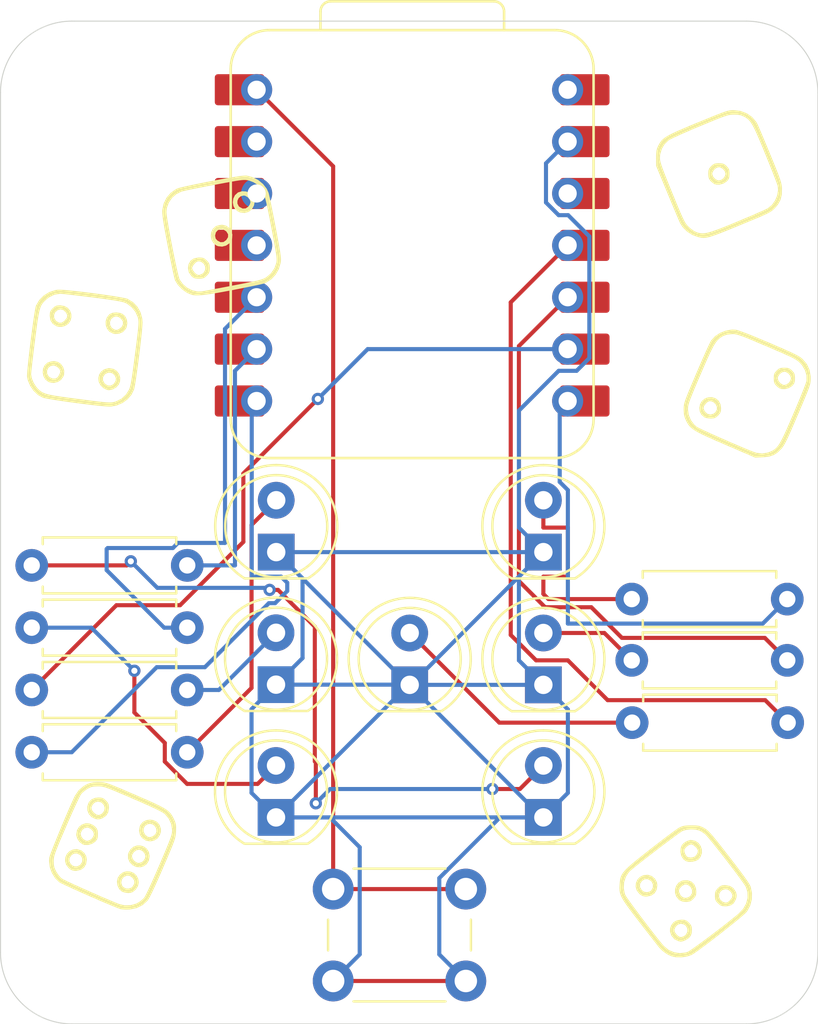
<source format=kicad_pcb>
(kicad_pcb (version 20240108) (generator "pcbnew") (generator_version "8.0")
  (layers (0 "F.Cu" signal) (31 "B.Cu" signal) (34 "B.Paste" user) (35 "F.Paste" user) (36 "B.SilkS" user "B.Silkscreen") (37 "F.SilkS" user "F.Silkscreen") (38 "B.Mask" user) (39 "F.Mask" user) (44 "Edge.Cuts" user))
  (net 0 "")
  (net 1 "Net-(LED1-A)")
  (net 2 "Net-(U1-GPIO0{slash}TX)")
  (net 3 "Net-(U1-GPIO2{slash}SCK)")
  (net 4 "Net-(LED3-A)")
  (net 5 "Net-(LED6-A)")
  (net 6 "Net-(U1-GPIO6{slash}SDA)")
  (net 7 "Net-(LED4-A)")
  (net 8 "Net-(U1-GPIO3{slash}MOSI)")
  (net 9 "Net-(U1-GPIO1{slash}RX)")
  (net 10 "Net-(LED2-A)")
  (net 11 "Net-(U1-GPIO4{slash}MISO)")
  (net 12 "Net-(LED5-A)")
  (net 13 "Net-(U1-GPIO7{slash}SCL)")
  (net 14 "Net-(LED7-A)")
  (net 15 "Net-(LED1-K)")
  (net 16 "Net-(U1-GPIO26{slash}ADC0{slash}A0)")
  (footprint "Resistor_THT:R_Axial_DIN0207_L6.3mm_D2.5mm_P7.62mm_Horizontal" (layer "F.Cu") (at 136.83 79.55)
    (property "Reference" "220ohm7" (hide yes))
    (property "Value" "R_Small" (hide yes))
    (pad "1" thru_hole circle (at 0 0) (size 1.6 1.6) (drill 0.8) (layers "*.Cu" "*.Mask") (net 14 "Net-(LED7-A)"))
    (pad "2" thru_hole oval (at 7.62 0) (size 1.6 1.6) (drill 0.8) (layers "*.Cu" "*.Mask") (net 13 "Net-(U1-GPIO7{slash}SCL)"))
  )
  (footprint "LED_THT:LED_D5.0mm" (layer "F.Cu") (at 161.9 91.89 90)
    (property "Reference" "LED7" (hide yes))
    (property "Value" "LED")
    (pad "1" thru_hole rect (at 0 0 90) (size 1.8 1.8) (drill 0.9) (layers "*.Cu" "*.Mask") (net 15 "Net-(LED1-K)"))
    (pad "2" thru_hole circle (at 2.54 0 90) (size 1.8 1.8) (drill 0.9) (layers "*.Cu" "*.Mask") (net 14 "Net-(LED7-A)"))
  )
  (footprint "LED_THT:LED_D5.0mm" (layer "F.Cu") (at 161.9 85.4 90)
    (property "Reference" "LED5" (hide yes))
    (property "Value" "LED")
    (pad "1" thru_hole rect (at 0 0 90) (size 1.8 1.8) (drill 0.9) (layers "*.Cu" "*.Mask") (net 15 "Net-(LED1-K)"))
    (pad "2" thru_hole circle (at 2.54 0 90) (size 1.8 1.8) (drill 0.9) (layers "*.Cu" "*.Mask") (net 12 "Net-(LED5-A)"))
  )
  (footprint "LED_THT:LED_D5.0mm" (layer "F.Cu") (at 148.8 85.39 90)
    (property "Reference" "LED3" (hide yes))
    (property "Value" "LED")
    (pad "1" thru_hole rect (at 0 0 90) (size 1.8 1.8) (drill 0.9) (layers "*.Cu" "*.Mask") (net 15 "Net-(LED1-K)"))
    (pad "2" thru_hole circle (at 2.54 0 90) (size 1.8 1.8) (drill 0.9) (layers "*.Cu" "*.Mask") (net 4 "Net-(LED3-A)"))
  )
  (footprint "Resistor_THT:R_Axial_DIN0207_L6.3mm_D2.5mm_P7.62mm_Horizontal" (layer "F.Cu") (at 166.23 81.2)
    (property "Reference" "220ohm5" (hide yes))
    (property "Value" "R_Small")
    (pad "1" thru_hole circle (at 0 0) (size 1.6 1.6) (drill 0.8) (layers "*.Cu" "*.Mask") (net 10 "Net-(LED2-A)"))
    (pad "2" thru_hole oval (at 7.62 0) (size 1.6 1.6) (drill 0.8) (layers "*.Cu" "*.Mask") (net 9 "Net-(U1-GPIO1{slash}RX)"))
  )
  (footprint "Seeed Studio XIAO Series Library:XIAO-RP2040-DIP" (layer "F.Cu") (at 155.47 63.88)
    (property "Reference" "U1" (hide yes))
    (property "Value" "XIAO-RP2040-DIP")
    (pad "1" smd roundrect (at -8.455 -7.62 180) (size 2.432 1.524) (layers "F.Cu" "F.Mask") (roundrect_rratio 0.1) (net 16 "Net-(U1-GPIO26{slash}ADC0{slash}A0)"))
    (pad "1" thru_hole circle (at -7.62 -7.62 180) (size 1.524 1.524) (drill 0.889) (layers "*.Cu" "*.Mask") (net 16 "Net-(U1-GPIO26{slash}ADC0{slash}A0)"))
    (pad "2" smd roundrect (at -8.455 -5.08 180) (size 2.432 1.524) (layers "F.Cu" "F.Mask") (roundrect_rratio 0.1))
    (pad "2" thru_hole circle (at -7.62 -5.08 180) (size 1.524 1.524) (drill 0.889) (layers "*.Cu" "*.Mask"))
    (pad "3" smd roundrect (at -8.455 -2.54 180) (size 2.432 1.524) (layers "F.Cu" "F.Mask") (roundrect_rratio 0.1))
    (pad "3" thru_hole circle (at -7.62 -2.54 180) (size 1.524 1.524) (drill 0.889) (layers "*.Cu" "*.Mask"))
    (pad "4" smd roundrect (at -8.455 0 180) (size 2.432 1.524) (layers "F.Cu" "F.Mask") (roundrect_rratio 0.1))
    (pad "4" thru_hole circle (at -7.62 0 180) (size 1.524 1.524) (drill 0.889) (layers "*.Cu" "*.Mask"))
    (pad "5" smd roundrect (at -8.455 2.54 180) (size 2.432 1.524) (layers "F.Cu" "F.Mask") (roundrect_rratio 0.1) (net 6 "Net-(U1-GPIO6{slash}SDA)"))
    (pad "5" thru_hole circle (at -7.62 2.54 180) (size 1.524 1.524) (drill 0.889) (layers "*.Cu" "*.Mask") (net 6 "Net-(U1-GPIO6{slash}SDA)"))
    (pad "6" smd roundrect (at -8.455 5.08 180) (size 2.432 1.524) (layers "F.Cu" "F.Mask") (roundrect_rratio 0.1) (net 13 "Net-(U1-GPIO7{slash}SCL)"))
    (pad "6" thru_hole circle (at -7.62 5.08 180) (size 1.524 1.524) (drill 0.889) (layers "*.Cu" "*.Mask") (net 13 "Net-(U1-GPIO7{slash}SCL)"))
    (pad "7" smd roundrect (at -8.455 7.62 180) (size 2.432 1.524) (layers "F.Cu" "F.Mask") (roundrect_rratio 0.1) (net 2 "Net-(U1-GPIO0{slash}TX)"))
    (pad "7" thru_hole circle (at -7.62 7.62 180) (size 1.524 1.524) (drill 0.889) (layers "*.Cu" "*.Mask") (net 2 "Net-(U1-GPIO0{slash}TX)"))
    (pad "8" thru_hole circle (at 7.62 7.62) (size 1.524 1.524) (drill 0.889) (layers "*.Cu" "*.Mask") (net 9 "Net-(U1-GPIO1{slash}RX)"))
    (pad "8" smd roundrect (at 8.455 7.62) (size 2.432 1.524) (layers "F.Cu" "F.Mask") (roundrect_rratio 0.1) (net 9 "Net-(U1-GPIO1{slash}RX)"))
    (pad "9" thru_hole circle (at 7.62 5.08) (size 1.524 1.524) (drill 0.889) (layers "*.Cu" "*.Mask") (net 3 "Net-(U1-GPIO2{slash}SCK)"))
    (pad "9" smd roundrect (at 8.455 5.08) (size 2.432 1.524) (layers "F.Cu" "F.Mask") (roundrect_rratio 0.1) (net 3 "Net-(U1-GPIO2{slash}SCK)"))
    (pad "10" thru_hole circle (at 7.62 2.54) (size 1.524 1.524) (drill 0.889) (layers "*.Cu" "*.Mask") (net 11 "Net-(U1-GPIO4{slash}MISO)"))
    (pad "10" smd roundrect (at 8.455 2.54) (size 2.432 1.524) (layers "F.Cu" "F.Mask") (roundrect_rratio 0.1) (net 11 "Net-(U1-GPIO4{slash}MISO)"))
    (pad "11" thru_hole circle (at 7.62 0) (size 1.524 1.524) (drill 0.889) (layers "*.Cu" "*.Mask") (net 8 "Net-(U1-GPIO3{slash}MOSI)"))
    (pad "11" smd roundrect (at 8.455 0) (size 2.432 1.524) (layers "F.Cu" "F.Mask") (roundrect_rratio 0.1) (net 8 "Net-(U1-GPIO3{slash}MOSI)"))
    (pad "12" thru_hole circle (at 7.62 -2.54) (size 1.524 1.524) (drill 0.889) (layers "*.Cu" "*.Mask"))
    (pad "12" smd roundrect (at 8.455 -2.54) (size 2.432 1.524) (layers "F.Cu" "F.Mask") (roundrect_rratio 0.1))
    (pad "13" thru_hole circle (at 7.62 -5.08) (size 1.524 1.524) (drill 0.889) (layers "*.Cu" "*.Mask") (net 15 "Net-(LED1-K)"))
    (pad "13" smd roundrect (at 8.455 -5.08) (size 2.432 1.524) (layers "F.Cu" "F.Mask") (roundrect_rratio 0.1) (net 15 "Net-(LED1-K)"))
    (pad "14" thru_hole circle (at 7.62 -7.62) (size 1.524 1.524) (drill 0.889) (layers "*.Cu" "*.Mask"))
    (pad "14" smd roundrect (at 8.455 -7.62) (size 2.432 1.524) (layers "F.Cu" "F.Mask") (roundrect_rratio 0.1))
  )
  (footprint "LED_THT:LED_D5.0mm" (layer "F.Cu") (at 148.8 91.89 90)
    (property "Reference" "LED6" (hide yes))
    (property "Value" "LED")
    (pad "1" thru_hole rect (at 0 0 90) (size 1.8 1.8) (drill 0.9) (layers "*.Cu" "*.Mask") (net 15 "Net-(LED1-K)"))
    (pad "2" thru_hole circle (at 2.54 0 90) (size 1.8 1.8) (drill 0.9) (layers "*.Cu" "*.Mask") (net 5 "Net-(LED6-A)"))
  )
  (footprint "Resistor_THT:R_Axial_DIN0207_L6.3mm_D2.5mm_P7.62mm_Horizontal" (layer "F.Cu") (at 136.83 82.6)
    (property "Reference" "220ohm3" (hide yes))
    (property "Value" "R_Small" (hide yes))
    (pad "1" thru_hole circle (at 0 0) (size 1.6 1.6) (drill 0.8) (layers "*.Cu" "*.Mask") (net 5 "Net-(LED6-A)"))
    (pad "2" thru_hole oval (at 7.62 0) (size 1.6 1.6) (drill 0.8) (layers "*.Cu" "*.Mask") (net 6 "Net-(U1-GPIO6{slash}SDA)"))
  )
  (footprint "Button_Switch_THT:SW_PUSH_6mm" (layer "F.Cu") (at 151.6 95.4)
    (property "Reference" "SW1" (hide yes))
    (property "Value" "SW_Push" (hide yes))
    (pad "1" thru_hole circle (at 0 0 90) (size 2 2) (drill 1.1) (layers "*.Cu" "*.Mask") (net 16 "Net-(U1-GPIO26{slash}ADC0{slash}A0)"))
    (pad "1" thru_hole circle (at 6.5 0 90) (size 2 2) (drill 1.1) (layers "*.Cu" "*.Mask") (net 16 "Net-(U1-GPIO26{slash}ADC0{slash}A0)"))
    (pad "2" thru_hole circle (at 0 4.5 90) (size 2 2) (drill 1.1) (layers "*.Cu" "*.Mask") (net 15 "Net-(LED1-K)"))
    (pad "2" thru_hole circle (at 6.5 4.5 90) (size 2 2) (drill 1.1) (layers "*.Cu" "*.Mask") (net 15 "Net-(LED1-K)"))
  )
  (footprint "Resistor_THT:R_Axial_DIN0207_L6.3mm_D2.5mm_P7.62mm_Horizontal" (layer "F.Cu") (at 166.25 87.25)
    (property "Reference" "220ohm4" (hide yes))
    (property "Value" "R_Small")
    (pad "1" thru_hole circle (at 0 0) (size 1.6 1.6) (drill 0.8) (layers "*.Cu" "*.Mask") (net 7 "Net-(LED4-A)"))
    (pad "2" thru_hole oval (at 7.62 0) (size 1.6 1.6) (drill 0.8) (layers "*.Cu" "*.Mask") (net 8 "Net-(U1-GPIO3{slash}MOSI)"))
  )
  (footprint "Resistor_THT:R_Axial_DIN0207_L6.3mm_D2.5mm_P7.62mm_Horizontal" (layer "F.Cu") (at 144.45 85.65 180)
    (property "Reference" "220ohm2" (hide yes))
    (property "Value" "R_Small" (hide yes))
    (pad "1" thru_hole circle (at 0 0 180) (size 1.6 1.6) (drill 0.8) (layers "*.Cu" "*.Mask") (net 4 "Net-(LED3-A)"))
    (pad "2" thru_hole oval (at 7.62 0 180) (size 1.6 1.6) (drill 0.8) (layers "*.Cu" "*.Mask") (net 3 "Net-(U1-GPIO2{slash}SCK)"))
  )
  (footprint "LED_THT:LED_D5.0mm" (layer "F.Cu") (at 161.9 78.9 90)
    (property "Reference" "LED2" (hide yes))
    (property "Value" "LED")
    (pad "1" thru_hole rect (at 0 0 90) (size 1.8 1.8) (drill 0.9) (layers "*.Cu" "*.Mask") (net 15 "Net-(LED1-K)"))
    (pad "2" thru_hole circle (at 2.54 0 90) (size 1.8 1.8) (drill 0.9) (layers "*.Cu" "*.Mask") (net 10 "Net-(LED2-A)"))
  )
  (footprint "LOGO" (layer "F.Cu") (at 155.350856 75.309598)
    (property "Reference" "G***" (hide yes))
    (property "Value" "LOGO" (hide yes))
  )
  (footprint "LED_THT:LED_D5.0mm" (layer "F.Cu") (at 155.35 85.4 90)
    (property "Reference" "LED4" (hide yes))
    (property "Value" "LED")
    (pad "1" thru_hole rect (at 0 0 90) (size 1.8 1.8) (drill 0.9) (layers "*.Cu" "*.Mask") (net 15 "Net-(LED1-K)"))
    (pad "2" thru_hole circle (at 2.54 0 90) (size 1.8 1.8) (drill 0.9) (layers "*.Cu" "*.Mask") (net 7 "Net-(LED4-A)"))
  )
  (footprint "Resistor_THT:R_Axial_DIN0207_L6.3mm_D2.5mm_P7.62mm_Horizontal" (layer "F.Cu") (at 144.45 88.7 180)
    (property "Reference" "220ohm1" (hide yes))
    (property "Value" "R_Small" (hide yes))
    (pad "1" thru_hole circle (at 0 0 180) (size 1.6 1.6) (drill 0.8) (layers "*.Cu" "*.Mask") (net 1 "Net-(LED1-A)"))
    (pad "2" thru_hole oval (at 7.62 0 180) (size 1.6 1.6) (drill 0.8) (layers "*.Cu" "*.Mask") (net 2 "Net-(U1-GPIO0{slash}TX)"))
  )
  (footprint "LED_THT:LED_D5.0mm" (layer "F.Cu") (at 148.81 78.9 90)
    (property "Reference" "LED1" (hide yes))
    (property "Value" "LED" (hide yes))
    (pad "1" thru_hole rect (at 0 0 90) (size 1.8 1.8) (drill 0.9) (layers "*.Cu" "*.Mask") (net 15 "Net-(LED1-K)"))
    (pad "2" thru_hole circle (at 2.54 0 90) (size 1.8 1.8) (drill 0.9) (layers "*.Cu" "*.Mask") (net 1 "Net-(LED1-A)"))
  )
  (footprint "Resistor_THT:R_Axial_DIN0207_L6.3mm_D2.5mm_P7.62mm_Horizontal" (layer "F.Cu") (at 166.23 84.2)
    (property "Reference" "220ohm6" (hide yes))
    (property "Value" "R_Small")
    (pad "1" thru_hole circle (at 0 0) (size 1.6 1.6) (drill 0.8) (layers "*.Cu" "*.Mask") (net 12 "Net-(LED5-A)"))
    (pad "2" thru_hole oval (at 7.62 0) (size 1.6 1.6) (drill 0.8) (layers "*.Cu" "*.Mask") (net 11 "Net-(U1-GPIO4{slash}MISO)"))
  )
  (gr_arc (start 175.35 98.5) (mid 174.324874 100.974874) (end 171.85 102) (stroke (width 0.05)) (layer "Edge.Cuts"))
  (gr_line (start 135.3 56.4) (end 135.3 98.5) (stroke (width 0.05)) (layer "Edge.Cuts"))
  (gr_arc (start 138.8 102) (mid 136.325126 100.974874) (end 135.3 98.5) (stroke (width 0.05)) (layer "Edge.Cuts"))
  (gr_line (start 171.85 52.9) (end 138.8 52.9) (stroke (width 0.05)) (layer "Edge.Cuts"))
  (gr_line (start 138.8 102) (end 171.85 102) (stroke (width 0.05)) (layer "Edge.Cuts"))
  (gr_arc (start 171.85 52.9) (mid 174.324874 53.925126) (end 175.35 56.4) (stroke (width 0.05)) (layer "Edge.Cuts"))
  (gr_arc (start 135.3 56.4) (mid 136.325126 53.925126) (end 138.8 52.9) (stroke (width 0.05)) (layer "Edge.Cuts"))
  (gr_line (start 175.35 98.5) (end 175.35 56.4) (stroke (width 0.05)) (layer "Edge.Cuts"))
  (segment (start 144.45 88.7) (end 147.6 85.55) (width 0.2) (layer "F.Cu") (net 1))
  (segment (start 147.6 85.55) (end 147.6 77.57) (width 0.2) (layer "F.Cu") (net 1))
  (segment (start 147.6 77.57) (end 148.81 76.36) (width 0.2) (layer "F.Cu") (net 1))
  (segment (start 142.953859 84.53462) (end 145.31538 84.53462) (width 0.2) (layer "B.Cu") (net 2))
  (segment (start 149.35 80.4) (end 149.05 80.1) (width 0.2) (layer "B.Cu") (net 2))
  (segment (start 149.35 80.804484) (end 149.35 80.4) (width 0.2) (layer "B.Cu") (net 2))
  (segment (start 148.45 81.4) (end 148.754484 81.4) (width 0.2) (layer "B.Cu") (net 2))
  (segment (start 147.61 80.1) (end 147.61 71.74) (width 0.2) (layer "B.Cu") (net 2))
  (segment (start 148.754484 81.4) (end 149.35 80.804484) (width 0.2) (layer "B.Cu") (net 2))
  (segment (start 149.05 80.1) (end 147.61 80.1) (width 0.2) (layer "B.Cu") (net 2))
  (segment (start 145.31538 84.53462) (end 148.45 81.4) (width 0.2) (layer "B.Cu") (net 2))
  (segment (start 147.61 71.74) (end 147.85 71.5) (width 0.2) (layer "B.Cu") (net 2))
  (segment (start 136.83 88.7) (end 138.788479 88.7) (width 0.2) (layer "B.Cu") (net 2))
  (segment (start 138.788479 88.7) (end 142.953859 84.53462) (width 0.2) (layer "B.Cu") (net 2))
  (segment (start 147.2 78.4) (end 147.2 75.05) (width 0.2) (layer "F.Cu") (net 3))
  (segment (start 140.98 81.5) (end 144.1 81.5) (width 0.2) (layer "F.Cu") (net 3))
  (segment (start 136.83 85.65) (end 140.98 81.5) (width 0.2) (layer "F.Cu") (net 3))
  (segment (start 147.2 75.05) (end 150.85 71.4) (width 0.2) (layer "F.Cu") (net 3))
  (segment (start 144.1 81.5) (end 147.2 78.4) (width 0.2) (layer "F.Cu") (net 3))
  (via (at 150.85 71.4) (size 0.6) (drill 0.3) (layers "F.Cu" "B.Cu") (net 3))
  (segment (start 153.29 68.96) (end 163.09 68.96) (width 0.2) (layer "B.Cu") (net 3))
  (segment (start 150.85 71.4) (end 153.29 68.96) (width 0.2) (layer "B.Cu") (net 3))
  (segment (start 144.45 85.65) (end 146 85.65) (width 0.2) (layer "B.Cu") (net 4))
  (segment (start 146 85.65) (end 148.8 82.85) (width 0.2) (layer "B.Cu") (net 4))
  (segment (start 141.85962 86.753985) (end 141.85962 84.70962) (width 0.2) (layer "F.Cu") (net 5))
  (segment (start 143.35 88.244365) (end 141.85962 86.753985) (width 0.2) (layer "F.Cu") (net 5))
  (segment (start 147.9 90.25) (end 144.444365 90.25) (width 0.2) (layer "F.Cu") (net 5))
  (segment (start 143.35 89.155635) (end 143.35 88.244365) (width 0.2) (layer "F.Cu") (net 5))
  (segment (start 144.444365 90.25) (end 143.35 89.155635) (width 0.2) (layer "F.Cu") (net 5))
  (segment (start 148.8 89.35) (end 147.9 90.25) (width 0.2) (layer "F.Cu") (net 5))
  (via (at 141.85962 84.70962) (size 0.6) (drill 0.3) (layers "F.Cu" "B.Cu") (net 5))
  (segment (start 136.83 82.6) (end 139.75 82.6) (width 0.2) (layer "B.Cu") (net 5))
  (segment (start 139.75 82.6) (end 141.85962 84.70962) (width 0.2) (layer "B.Cu") (net 5))
  (segment (start 146.3 67.97) (end 147.85 66.42) (width 0.2) (layer "B.Cu") (net 6))
  (segment (start 140.5 79.78137) (end 140.5 78.75) (width 0.2) (layer "B.Cu") (net 6))
  (segment (start 144.45 82.6) (end 143.31863 82.6) (width 0.2) (layer "B.Cu") (net 6))
  (segment (start 143.744365 78.7) (end 143.994365 78.45) (width 0.2) (layer "B.Cu") (net 6))
  (segment (start 146.3 78.45) (end 146.3 67.97) (width 0.2) (layer "B.Cu") (net 6))
  (segment (start 140.55 78.7) (end 143.744365 78.7) (width 0.2) (layer "B.Cu") (net 6))
  (segment (start 143.994365 78.45) (end 146.3 78.45) (width 0.2) (layer "B.Cu") (net 6))
  (segment (start 140.5 78.75) (end 140.55 78.7) (width 0.2) (layer "B.Cu") (net 6))
  (segment (start 143.31863 82.6) (end 140.5 79.78137) (width 0.2) (layer "B.Cu") (net 6))
  (segment (start 159.74 87.25) (end 166.25 87.25) (width 0.2) (layer "F.Cu") (net 7))
  (segment (start 155.35 82.86) (end 159.74 87.25) (width 0.2) (layer "F.Cu") (net 7))
  (segment (start 160.3 66.67) (end 163.09 63.88) (width 0.2) (layer "F.Cu") (net 8))
  (segment (start 164.16763 63.88) (end 163.09 63.88) (width 0.2) (layer "F.Cu") (net 8))
  (segment (start 161.542943 84.2) (end 160.3 82.957057) (width 0.2) (layer "F.Cu") (net 8))
  (segment (start 160.3 82.957057) (end 160.3 66.67) (width 0.2) (layer "F.Cu") (net 8))
  (segment (start 172.77 86.15) (end 165.05 86.15) (width 0.2) (layer "F.Cu") (net 8))
  (segment (start 165.05 86.15) (end 163.1 84.2) (width 0.2) (layer "F.Cu") (net 8))
  (segment (start 173.87 87.25) (end 172.77 86.15) (width 0.2) (layer "F.Cu") (net 8))
  (segment (start 163.1 84.2) (end 161.542943 84.2) (width 0.2) (layer "F.Cu") (net 8))
  (segment (start 164.15 71.5) (end 163.09 71.5) (width 0.2) (layer "F.Cu") (net 9))
  (segment (start 173.85 81.2) (end 172.65 82.4) (width 0.2) (layer "B.Cu") (net 9))
  (segment (start 162.7 75.462943) (end 162.7 71.89) (width 0.2) (layer "B.Cu") (net 9))
  (segment (start 163.1 75.862943) (end 162.7 75.462943) (width 0.2) (layer "B.Cu") (net 9))
  (segment (start 172.65 82.4) (end 163.1 82.4) (width 0.2) (layer "B.Cu") (net 9))
  (segment (start 162.7 71.89) (end 163.09 71.5) (width 0.2) (layer "B.Cu") (net 9))
  (segment (start 163.1 82.4) (end 163.1 75.862943) (width 0.2) (layer "B.Cu") (net 9))
  (segment (start 163.1 80.1) (end 163.1 77.7) (width 0.2) (layer "F.Cu") (net 10))
  (segment (start 161.9 80.95) (end 161.9 80.1) (width 0.2) (layer "F.Cu") (net 10))
  (segment (start 166.23 81.2) (end 162.15 81.2) (width 0.2) (layer "F.Cu") (net 10))
  (segment (start 161.9 80.1) (end 163.1 80.1) (width 0.2) (layer "F.Cu") (net 10))
  (segment (start 161.9 77.7) (end 161.9 76.36) (width 0.2) (layer "F.Cu") (net 10))
  (segment (start 162.15 81.2) (end 161.9 80.95) (width 0.2) (layer "F.Cu") (net 10))
  (segment (start 163.1 77.7) (end 161.9 77.7) (width 0.2) (layer "F.Cu") (net 10))
  (segment (start 164.25 81.6) (end 161.984314 81.6) (width 0.2) (layer "F.Cu") (net 11))
  (segment (start 172.75 83.1) (end 165.75 83.1) (width 0.2) (layer "F.Cu") (net 11))
  (segment (start 160.7 68.81) (end 163.09 66.42) (width 0.2) (layer "F.Cu") (net 11))
  (segment (start 161.984314 81.6) (end 160.7 80.315686) (width 0.2) (layer "F.Cu") (net 11))
  (segment (start 164.16763 66.42) (end 163.09 66.42) (width 0.2) (layer "F.Cu") (net 11))
  (segment (start 173.85 84.2) (end 172.75 83.1) (width 0.2) (layer "F.Cu") (net 11))
  (segment (start 165.75 83.1) (end 164.25 81.6) (width 0.2) (layer "F.Cu") (net 11))
  (segment (start 160.7 80.315686) (end 160.7 68.81) (width 0.2) (layer "F.Cu") (net 11))
  (segment (start 164.89 82.86) (end 161.9 82.86) (width 0.2) (layer "F.Cu") (net 12))
  (segment (start 166.23 84.2) (end 164.89 82.86) (width 0.2) (layer "F.Cu") (net 12))
  (segment (start 144.45 79.55) (end 146.788 79.55) (width 0.2) (layer "B.Cu") (net 13))
  (segment (start 146.788 79.55) (end 146.788 70.022) (width 0.2) (layer "B.Cu") (net 13))
  (segment (start 146.788 70.022) (end 147.85 68.96) (width 0.2) (layer "B.Cu") (net 13))
  (segment (start 141.48462 79.55) (end 141.68462 79.35) (width 0.2) (layer "F.Cu") (net 14))
  (segment (start 150.75 91.4) (end 150.75 91.2) (width 0.2) (layer "F.Cu") (net 14))
  (segment (start 136.83 79.55) (end 141.48462 79.55) (width 0.2) (layer "F.Cu") (net 14))
  (segment (start 150.7 84.65) (end 150.7 82.55) (width 0.2) (layer "F.Cu") (net 14))
  (segment (start 148.9 80.75) (end 148.485245 80.75) (width 0.2) (layer "F.Cu") (net 14))
  (segment (start 150.7 82.55) (end 148.9 80.75) (width 0.2) (layer "F.Cu") (net 14))
  (segment (start 160.75 90.5) (end 161.9 89.35) (width 0.2) (layer "F.Cu") (net 14))
  (segment (start 150.75 89.197057) (end 150.75 91.2) (width 0.2) (layer "F.Cu") (net 14))
  (segment (start 159.4 90.5) (end 160.75 90.5) (width 0.2) (layer "F.Cu") (net 14))
  (segment (start 150.7 89.147057) (end 150.75 89.197057) (width 0.2) (layer "F.Cu") (net 14))
  (segment (start 150.7 84.65) (end 150.7 89.147057) (width 0.2) (layer "F.Cu") (net 14))
  (via (at 141.68462 79.35) (size 0.6) (drill 0.3) (layers "F.Cu" "B.Cu") (net 14))
  (via (at 150.75 91.2) (size 0.6) (drill 0.3) (layers "F.Cu" "B.Cu") (net 14))
  (via (at 159.4 90.5) (size 0.6) (drill 0.3) (layers "F.Cu" "B.Cu") (net 14))
  (via (at 148.485245 80.75) (size 0.6) (drill 0.3) (layers "F.Cu" "B.Cu") (net 14))
  (segment (start 142.98462 80.65) (end 141.68462 79.35) (width 0.2) (layer "B.Cu") (net 14))
  (segment (start 150.75 91.2) (end 151.45 90.5) (width 0.2) (layer "B.Cu") (net 14))
  (segment (start 151.45 90.5) (end 159.4 90.5) (width 0.2) (layer "B.Cu") (net 14))
  (segment (start 148.385245 80.65) (end 142.98462 80.65) (width 0.2) (layer "B.Cu") (net 14))
  (segment (start 148.485245 80.75) (end 148.385245 80.65) (width 0.2) (layer "B.Cu") (net 14))
  (segment (start 151.6 99.9) (end 158.1 99.9) (width 0.2) (layer "F.Cu") (net 15))
  (segment (start 155.35 85.4) (end 161.9 85.4) (width 0.2) (layer "B.Cu") (net 15))
  (segment (start 155.29 85.4) (end 148.8 91.89) (width 0.2) (layer "B.Cu") (net 15))
  (segment (start 148.8 85.39) (end 155.34 85.39) (width 0.2) (layer "B.Cu") (net 15))
  (segment (start 148.8 85.39) (end 147.6 86.59) (width 0.2) (layer "B.Cu") (net 15))
  (segment (start 151.6 99.9) (end 152.9 98.6) (width 0.2) (layer "B.Cu") (net 15))
  (segment (start 161.84 91.89) (end 161.9 91.89) (width 0.2) (layer "B.Cu") (net 15))
  (segment (start 160.7 77.7) (end 160.7 71.972105) (width 0.2) (layer "B.Cu") (net 15))
  (segment (start 162.028 59.862) (end 163.09 58.8) (width 0.2) (layer "B.Cu") (net 15))
  (segment (start 147.6 86.59) (end 147.6 90.69) (width 0.2) (layer "B.Cu") (net 15))
  (segment (start 150.1 80.19) (end 150.1 84.09) (width 0.2) (layer "B.Cu") (net 15))
  (segment (start 162.028 61.779895) (end 162.028 59.862) (width 0.2) (layer "B.Cu") (net 15))
  (segment (start 148.8 91.89) (end 161.9 91.89) (width 0.2) (layer "B.Cu") (net 15))
  (segment (start 162.650105 70.022) (end 163.529895 70.022) (width 0.2) (layer "B.Cu") (net 15))
  (segment (start 161.9 78.9) (end 148.81 78.9) (width 0.2) (layer "B.Cu") (net 15))
  (segment (start 155.31 85.4) (end 148.81 78.9) (width 0.2) (layer "B.Cu") (net 15))
  (segment (start 156.8 94.861522) (end 159.771522 91.89) (width 0.2) (layer "B.Cu") (net 15))
  (segment (start 152.9 98.6) (end 152.9 93.35) (width 0.2) (layer "B.Cu") (net 15))
  (segment (start 147.6 90.69) (end 148.8 91.89) (width 0.2) (layer "B.Cu") (net 15))
  (segment (start 160.7 84.2) (end 160.7 80.1) (width 0.2) (layer "B.Cu") (net 15))
  (segment (start 163.113895 62.402) (end 162.650105 62.402) (width 0.2) (layer "B.Cu") (net 15))
  (segment (start 161.9 78.9) (end 160.7 77.7) (width 0.2) (layer "B.Cu") (net 15))
  (segment (start 162.650105 62.402) (end 162.028 61.779895) (width 0.2) (layer "B.Cu") (net 15))
  (segment (start 160.7 71.972105) (end 162.650105 70.022) (width 0.2) (layer "B.Cu") (net 15))
  (segment (start 155.35 85.4) (end 155.31 85.4) (width 0.2) (layer "B.Cu") (net 15))
  (segment (start 163.1 90.69) (end 163.1 86.6) (width 0.2) (layer "B.Cu") (net 15))
  (segment (start 155.4 85.4) (end 155.35 85.4) (width 0.2) (layer "B.Cu") (net 15))
  (segment (start 161.9 85.4) (end 160.7 84.2) (width 0.2) (layer "B.Cu") (net 15))
  (segment (start 156.8 98.6) (end 156.8 94.861522) (width 0.2) (layer "B.Cu") (net 15))
  (segment (start 155.34 85.39) (end 155.35 85.4) (width 0.2) (layer "B.Cu") (net 15))
  (segment (start 148.81 78.9) (end 150.1 80.19) (width 0.2) (layer "B.Cu") (net 15))
  (segment (start 163.529895 70.022) (end 164.152 69.399895) (width 0.2) (layer "B.Cu") (net 15))
  (segment (start 155.35 85.4) (end 161.84 91.89) (width 0.2) (layer "B.Cu") (net 15))
  (segment (start 161.9 78.9) (end 155.4 85.4) (width 0.2) (layer "B.Cu") (net 15))
  (segment (start 164.152 63.440105) (end 163.113895 62.402) (width 0.2) (layer "B.Cu") (net 15))
  (segment (start 161.9 91.89) (end 163.1 90.69) (width 0.2) (layer "B.Cu") (net 15))
  (segment (start 160.7 80.1) (end 161.9 78.9) (width 0.2) (layer "B.Cu") (net 15))
  (segment (start 152.9 93.35) (end 151.44 91.89) (width 0.2) (layer "B.Cu") (net 15))
  (segment (start 164.152 69.399895) (end 164.152 63.440105) (width 0.2) (layer "B.Cu") (net 15))
  (segment (start 151.44 91.89) (end 148.8 91.89) (width 0.2) (layer "B.Cu") (net 15))
  (segment (start 155.35 85.4) (end 155.29 85.4) (width 0.2) (layer "B.Cu") (net 15))
  (segment (start 163.1 86.6) (end 161.9 85.4) (width 0.2) (layer "B.Cu") (net 15))
  (segment (start 158.1 99.9) (end 156.8 98.6) (width 0.2) (layer "B.Cu") (net 15))
  (segment (start 150.1 84.09) (end 148.8 85.39) (width 0.2) (layer "B.Cu") (net 15))
  (segment (start 159.771522 91.89) (end 161.9 91.89) (width 0.2) (layer "B.Cu") (net 15))
  (segment (start 151.6 95.4) (end 151.6 60.01) (width 0.2) (layer "F.Cu") (net 16))
  (segment (start 151.6 60.01) (end 147.85 56.26) (width 0.2) (layer "F.Cu") (net 16))
  (segment (start 151.6 95.4) (end 158.1 95.4) (width 0.2) (layer "F.Cu") (net 16))
)
</source>
